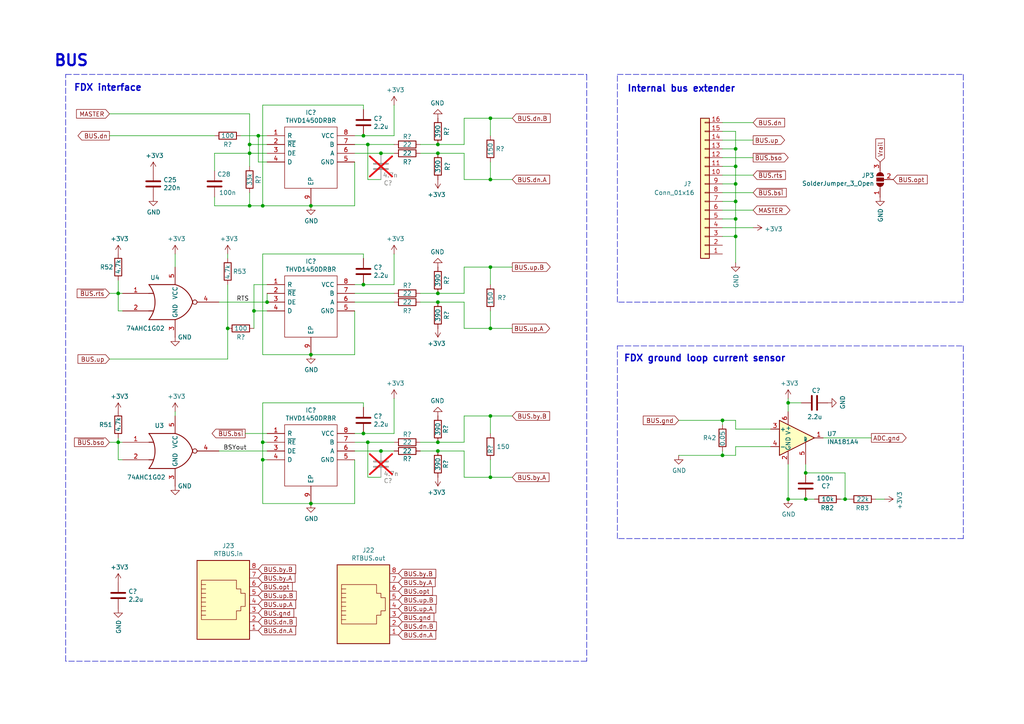
<source format=kicad_sch>
(kicad_sch (version 20250114) (generator "eeschema") (generator_version "9.0")
  (paper "A4")
  (title_block (title "RTB C11 Module") (date "2023-10-22") (rev "4") (company "Frank Schumacher") (comment 1 "Powerboard"))
  (lib_symbols
    (symbol "74xGxx:74AHC1G02"
      (property "Reference" "U" (at -2.54 3.81 0))
      (property "Value" "74AHC1G02" (at 0 -3.81 0))
      (symbol "74AHC1G02_0_1"
        (arc (start -7.62 5.08) (mid -5.838 0) (end -7.62 -5.08) (stroke (width 0.254)))
        (polyline (pts (xy -7.62 2.54) (xy -6.35 2.54)) (stroke (width 0.254)) (fill (type background)))
        (polyline (pts (xy -7.62 -2.54) (xy -6.35 -2.54)) (stroke (width 0.254)) (fill (type background)))
        (arc (start 5.08 0) (mid 3.202 -3.202) (end 0 -5.08) (stroke (width 0.254)))
        (arc (start 0 5.08) (mid 3.2271 3.2271) (end 5.08 0) (stroke (width 0.254)))
        (polyline (pts (xy 0 5.08) (xy -7.62 5.08)) (stroke (width 0.254)) (fill (type background)))
        (polyline (pts (xy 0 -5.08) (xy -7.62 -5.08)) (stroke (width 0.254)) (fill (type background)))
      )
      (symbol "74AHC1G02_1_1"
        (pin input line (at -15.24 2.54 0) (length 7.62) (name "~") (number "1"))
        (pin input line (at -15.24 -2.54 0) (length 7.62) (name "~") (number "2"))
        (pin power_in line (at 0 10.16 270) (length 5.08) (name "VCC") (number "5"))
        (pin power_in line (at 0 -10.16 90) (length 5.08) (name "GND") (number "3"))
        (pin output inverted (at 12.7 0 180) (length 7.62) (name "~") (number "4"))
      )
    )
    (symbol "Amplifier_Current:INA181" (pin_names (offset 0.127))
      (property "Reference" "U" (at 3.81 3.81 0))
      (property "Value" "INA181" (at 3.81 -2.54 0))
      (symbol "INA181_0_1"
        (polyline (pts (xy 5.08 0) (xy -5.08 5.08) (xy -5.08 -5.08) (xy 5.08 0)) (stroke (width 0.254)) (fill (type background)))
      )
      (symbol "INA181_1_1"
        (pin input line (at -7.62 2.54 0) (length 2.54) (name "+") (number "3"))
        (pin input line (at -7.62 -2.54 0) (length 2.54) (name "-") (number "4"))
        (pin power_in line (at -2.54 7.62 270) (length 3.81) (name "V+") (number "6"))
        (pin power_in line (at -2.54 -7.62 90) (length 3.81) (name "GND") (number "2"))
        (pin input line (at 2.54 -7.62 90) (length 6.35) (name "REF") (number "5"))
        (pin output line (at 7.62 0 180) (length 2.54) (name "~") (number "1"))
      )
    )
    (symbol "Connector:8P8C" (pin_names (offset 1.016))
      (property "Reference" "J" (at -5.08 13.97 0))
      (property "Value" "8P8C" (at 2.54 13.97 0))
      (symbol "8P8C_0_1"
        (polyline (pts (xy -6.35 1.905) (xy -5.08 1.905) (xy -5.08 1.905)))
        (polyline (pts (xy -6.35 0.635) (xy -5.08 0.635) (xy -5.08 0.635)))
        (polyline (pts (xy -6.35 -0.635) (xy -5.08 -0.635) (xy -5.08 -0.635)))
        (polyline (pts (xy -6.35 -1.905) (xy -5.08 -1.905) (xy -5.08 -1.905)))
        (polyline (pts (xy -6.35 -3.175) (xy -5.08 -3.175) (xy -5.08 -3.175)))
        (polyline (pts (xy -6.35 -4.445) (xy -6.35 6.985) (xy 3.81 6.985) (xy 3.81 4.445) (xy 5.08 4.445) (xy 5.08 3.175) (xy 6.35 3.175) (xy 6.35 -0.635) (xy 5.08 -0.635) (xy 5.08 -1.905) (xy 3.81 -1.905) (xy 3.81 -4.445) (xy -6.35 -4.445) (xy -6.35 -4.445)))
        (polyline (pts (xy -5.08 5.715) (xy -6.35 5.715)))
        (polyline (pts (xy -5.08 4.445) (xy -6.35 4.445)))
        (polyline (pts (xy -5.08 3.175) (xy -6.35 3.175) (xy -6.35 3.175)))
        (rectangle (start 7.62 12.7) (end -7.62 -10.16) (stroke (width 0.254)) (fill (type background)))
      )
      (symbol "8P8C_1_1"
        (pin passive line (at 10.16 10.16 180) (length 2.54) (name "~") (number "8"))
        (pin passive line (at 10.16 7.62 180) (length 2.54) (name "~") (number "7"))
        (pin passive line (at 10.16 5.08 180) (length 2.54) (name "~") (number "6"))
        (pin passive line (at 10.16 2.54 180) (length 2.54) (name "~") (number "5"))
        (pin passive line (at 10.16 0 180) (length 2.54) (name "~") (number "4"))
        (pin passive line (at 10.16 -2.54 180) (length 2.54) (name "~") (number "3"))
        (pin passive line (at 10.16 -5.08 180) (length 2.54) (name "~") (number "2"))
        (pin passive line (at 10.16 -7.62 180) (length 2.54) (name "~") (number "1"))
      )
    )
    (symbol "Connector_Generic:Conn_01x16" (pin_names (offset 1.016) (hide yes))
      (property "Reference" "J" (at 0 20.32 0))
      (property "Value" "Conn_01x16" (at 0 -22.86 0))
      (symbol "Conn_01x16_1_1"
        (rectangle (start -1.27 19.05) (end 1.27 -21.59) (stroke (width 0.254)) (fill (type background)))
        (rectangle (start -1.27 17.907) (end 0 17.653) (stroke (width 0.1524)))
        (rectangle (start -1.27 15.367) (end 0 15.113) (stroke (width 0.1524)))
        (rectangle (start -1.27 12.827) (end 0 12.573) (stroke (width 0.1524)))
        (rectangle (start -1.27 10.287) (end 0 10.033) (stroke (width 0.1524)))
        (rectangle (start -1.27 7.747) (end 0 7.493) (stroke (width 0.1524)))
        (rectangle (start -1.27 5.207) (end 0 4.953) (stroke (width 0.1524)))
        (rectangle (start -1.27 2.667) (end 0 2.413) (stroke (width 0.1524)))
        (rectangle (start -1.27 0.127) (end 0 -0.127) (stroke (width 0.1524)))
        (rectangle (start -1.27 -2.413) (end 0 -2.667) (stroke (width 0.1524)))
        (rectangle (start -1.27 -4.953) (end 0 -5.207) (stroke (width 0.1524)))
        (rectangle (start -1.27 -7.493) (end 0 -7.747) (stroke (width 0.1524)))
        (rectangle (start -1.27 -10.033) (end 0 -10.287) (stroke (width 0.1524)))
        (rectangle (start -1.27 -12.573) (end 0 -12.827) (stroke (width 0.1524)))
        (rectangle (start -1.27 -15.113) (end 0 -15.367) (stroke (width 0.1524)))
        (rectangle (start -1.27 -17.653) (end 0 -17.907) (stroke (width 0.1524)))
        (rectangle (start -1.27 -20.193) (end 0 -20.447) (stroke (width 0.1524)))
        (pin passive line (at -5.08 17.78 0) (length 3.81) (name "Pin_1") (number "1"))
        (pin passive line (at -5.08 15.24 0) (length 3.81) (name "Pin_2") (number "2"))
        (pin passive line (at -5.08 12.7 0) (length 3.81) (name "Pin_3") (number "3"))
        (pin passive line (at -5.08 10.16 0) (length 3.81) (name "Pin_4") (number "4"))
        (pin passive line (at -5.08 7.62 0) (length 3.81) (name "Pin_5") (number "5"))
        (pin passive line (at -5.08 5.08 0) (length 3.81) (name "Pin_6") (number "6"))
        (pin passive line (at -5.08 2.54 0) (length 3.81) (name "Pin_7") (number "7"))
        (pin passive line (at -5.08 0 0) (length 3.81) (name "Pin_8") (number "8"))
        (pin passive line (at -5.08 -2.54 0) (length 3.81) (name "Pin_9") (number "9"))
        (pin passive line (at -5.08 -5.08 0) (length 3.81) (name "Pin_10") (number "10"))
        (pin passive line (at -5.08 -7.62 0) (length 3.81) (name "Pin_11") (number "11"))
        (pin passive line (at -5.08 -10.16 0) (length 3.81) (name "Pin_12") (number "12"))
        (pin passive line (at -5.08 -12.7 0) (length 3.81) (name "Pin_13") (number "13"))
        (pin passive line (at -5.08 -15.24 0) (length 3.81) (name "Pin_14") (number "14"))
        (pin passive line (at -5.08 -17.78 0) (length 3.81) (name "Pin_15") (number "15"))
        (pin passive line (at -5.08 -20.32 0) (length 3.81) (name "Pin_16") (number "16"))
      )
    )
    (symbol "Device:C" (pin_numbers (hide yes)) (pin_names (offset 0.254))
      (property "Reference" "C" (at 0.635 2.54 0))
      (property "Value" "C" (at 0.635 -2.54 0))
      (symbol "C_0_1"
        (polyline (pts (xy -2.032 0.762) (xy 2.032 0.762)) (stroke (width 0.508)))
        (polyline (pts (xy -2.032 -0.762) (xy 2.032 -0.762)) (stroke (width 0.508)))
      )
      (symbol "C_1_1"
        (pin passive line (at 0 3.81 270) (length 2.794) (name "~") (number "1"))
        (pin passive line (at 0 -3.81 90) (length 2.794) (name "~") (number "2"))
      )
    )
    (symbol "Device:R" (pin_numbers (hide yes)) (pin_names (offset 0))
      (property "Reference" "R" (at 2.032 0 90))
      (property "Value" "R" (at 0 0 90))
      (symbol "R_0_1"
        (rectangle (start -1.016 -2.54) (end 1.016 2.54) (stroke (width 0.254)))
      )
      (symbol "R_1_1"
        (pin passive line (at 0 3.81 270) (length 1.27) (name "~") (number "1"))
        (pin passive line (at 0 -3.81 90) (length 1.27) (name "~") (number "2"))
      )
    )
    (symbol "Jumper:SolderJumper_3_Open" (pin_names (offset 0) (hide yes)) (in_bom no)
      (property "Reference" "JP" (at -2.54 -2.54 0))
      (property "Value" "SolderJumper_3_Open" (at 0 2.794 0))
      (symbol "SolderJumper_3_Open_0_1"
        (polyline (pts (xy -2.54 0) (xy -2.032 0)))
        (polyline (pts (xy -1.016 1.016) (xy -1.016 -1.016)))
        (arc (start -1.016 -1.016) (mid -2.0276 0) (end -1.016 1.016))
        (arc (start -1.016 -1.016) (mid -2.0276 0) (end -1.016 1.016) (fill (type outline)))
        (rectangle (start -0.508 1.016) (end 0.508 -1.016) (fill (type outline)))
        (polyline (pts (xy 0 -1.27) (xy 0 -1.016)))
        (arc (start 1.016 1.016) (mid 2.0276 0) (end 1.016 -1.016))
        (arc (start 1.016 1.016) (mid 2.0276 0) (end 1.016 -1.016) (fill (type outline)))
        (polyline (pts (xy 1.016 1.016) (xy 1.016 -1.016)))
        (polyline (pts (xy 2.54 0) (xy 2.032 0)))
      )
      (symbol "SolderJumper_3_Open_1_1"
        (pin passive line (at -5.08 0 0) (length 2.54) (name "A") (number "1"))
        (pin passive line (at 0 -3.81 90) (length 2.54) (name "C") (number "2"))
        (pin passive line (at 5.08 0 180) (length 2.54) (name "B") (number "3"))
      )
    )
    (symbol "RTB:THVD1450DRBR" (pin_names (offset 0.762))
      (property "Reference" "IC" (at 21.59 7.62 0))
      (property "Value" "THVD1450DRBR" (at 21.59 5.08 0))
      (symbol "THVD1450DRBR_0_0"
        (pin passive line (at 0 0 0) (length 5.08) (name "R") (number "1"))
        (pin passive line (at 0 -2.54 0) (length 5.08) (name "~{RE}") (number "2"))
        (pin passive line (at 0 -5.08 0) (length 5.08) (name "DE") (number "3"))
        (pin passive line (at 0 -7.62 0) (length 5.08) (name "D") (number "4"))
        (pin passive line (at 12.7 -20.32 90) (length 5.08) (name "EP") (number "9"))
        (pin passive line (at 25.4 0 180) (length 5.08) (name "VCC") (number "8"))
        (pin passive line (at 25.4 -2.54 180) (length 5.08) (name "B") (number "7"))
        (pin passive line (at 25.4 -5.08 180) (length 5.08) (name "A") (number "6"))
        (pin passive line (at 25.4 -7.62 180) (length 5.08) (name "GND") (number "5"))
      )
      (symbol "THVD1450DRBR_0_1"
        (polyline (pts (xy 5.08 2.54) (xy 20.32 2.54) (xy 20.32 -15.24) (xy 5.08 -15.24) (xy 5.08 2.54)) (stroke (width 0.1524)))
      )
    )
    (symbol "power:+3V3" (power) (pin_numbers (hide yes)) (pin_names (offset 0) (hide yes))
      (property "Value" "+3V3" (at 0 3.556 0))
      (symbol "+3V3_0_1"
        (polyline (pts (xy -0.762 1.27) (xy 0 2.54)))
        (polyline (pts (xy 0 2.54) (xy 0.762 1.27)))
        (polyline (pts (xy 0 0) (xy 0 2.54)))
      )
      (symbol "+3V3_1_1"
        (pin power_in line (at 0 0 90) (length 0) (name "~") (number "1"))
      )
    )
    (symbol "power:GND" (power) (pin_numbers (hide yes)) (pin_names (offset 0) (hide yes))
      (property "Value" "GND" (at 0 -3.81 0))
      (symbol "GND_0_1"
        (polyline (pts (xy 0 0) (xy 0 -1.27) (xy 1.27 -1.27) (xy 0 -2.54) (xy -1.27 -1.27) (xy 0 -1.27)))
      )
      (symbol "GND_1_1"
        (pin power_in line (at 0 0 270) (length 0) (name "~") (number "1"))
      )
    )
  )
  (text "FDX ground loop current sensor" (at 180.848 105.156 0) (effects (font (size 1.905 1.905) (thickness 0.381) (bold yes)) (justify left bottom)))
  (text "BUS" (at 15.494 19.558 0) (effects (font (size 3.175 3.175) (thickness 0.635) (bold yes)) (justify left bottom)))
  (text "FDX interface" (at 21.336 26.67 0) (effects (font (size 1.905 1.905) (thickness 0.381) (bold yes)) (justify left bottom)))
  (text "Internal bus extender" (at 181.864 26.924 0) (effects (font (size 1.905 1.905) (thickness 0.381) (bold yes)) (justify left bottom)))
  (junction (at 90.17 146.05))
  (junction (at 127 41.91))
  (junction (at 142.24 120.65))
  (junction (at 76.2 59.69))
  (junction (at 142.24 138.43))
  (junction (at 213.36 68.58))
  (junction (at 127 128.27))
  (junction (at 213.36 63.5))
  (junction (at 110.49 130.81))
  (junction (at 245.11 144.78))
  (junction (at 72.39 41.91))
  (junction (at 233.68 144.78))
  (junction (at 90.17 59.69))
  (junction (at 73.66 90.17))
  (junction (at 74.93 39.37))
  (junction (at 142.24 34.29))
  (junction (at 228.6 116.84))
  (junction (at 209.55 132.08))
  (junction (at 228.6 144.78))
  (junction (at 34.29 85.09))
  (junction (at 110.49 44.45))
  (junction (at 77.47 87.63))
  (junction (at 209.55 121.92))
  (junction (at 213.36 53.34))
  (junction (at 76.2 128.27))
  (junction (at 72.39 44.45))
  (junction (at 142.24 77.47))
  (junction (at 90.17 102.87))
  (junction (at 213.36 58.42))
  (junction (at 66.04 95.25))
  (junction (at 233.68 137.16))
  (junction (at 213.36 43.18))
  (junction (at 105.41 39.37))
  (junction (at 76.2 133.35))
  (junction (at 127 130.81))
  (junction (at 213.36 48.26))
  (junction (at 34.29 128.27))
  (junction (at 127 44.45))
  (junction (at 142.24 52.07))
  (junction (at 105.41 125.73))
  (junction (at 142.24 95.25))
  (junction (at 127 85.09))
  (junction (at 106.68 41.91))
  (junction (at 106.68 128.27))
  (junction (at 72.39 59.69))
  (junction (at 127 87.63))
  (junction (at 105.41 82.55))
  (wire (pts (xy 77.47 41.91) (xy 72.39 41.91)))
  (polyline (pts (xy 179.07 87.63) (xy 179.07 21.59)) (stroke (width 0) (type dash)))
  (wire (pts (xy 72.39 41.91) (xy 72.39 44.45)))
  (wire (pts (xy 245.11 137.16) (xy 245.11 144.78)))
  (wire (pts (xy 34.29 128.27) (xy 34.29 133.35)))
  (wire (pts (xy 142.24 120.65) (xy 148.59 120.65)))
  (wire (pts (xy 142.24 46.99) (xy 142.24 52.07)))
  (wire (pts (xy 105.41 116.84) (xy 105.41 118.11)))
  (wire (pts (xy 102.87 130.81) (xy 110.49 130.81)))
  (wire (pts (xy 102.87 102.87) (xy 102.87 90.17)))
  (wire (pts (xy 209.55 40.64) (xy 218.44 40.64)))
  (wire (pts (xy 213.36 43.18) (xy 213.36 48.26)))
  (wire (pts (xy 134.62 95.25) (xy 142.24 95.25)))
  (wire (pts (xy 243.84 144.78) (xy 245.11 144.78)))
  (wire (pts (xy 209.55 68.58) (xy 213.36 68.58)))
  (wire (pts (xy 102.87 85.09) (xy 114.3 85.09)))
  (wire (pts (xy 209.55 43.18) (xy 213.36 43.18)))
  (wire (pts (xy 134.62 87.63) (xy 134.62 95.25)))
  (wire (pts (xy 73.66 82.55) (xy 77.47 82.55)))
  (polyline (pts (xy 179.07 21.59) (xy 279.4 21.59)) (stroke (width 0) (type dash)))
  (wire (pts (xy 105.41 39.37) (xy 114.3 39.37)))
  (wire (pts (xy 102.87 128.27) (xy 106.68 128.27)))
  (wire (pts (xy 76.2 102.87) (xy 90.17 102.87)))
  (wire (pts (xy 209.55 38.1) (xy 213.36 38.1)))
  (wire (pts (xy 72.39 59.69) (xy 76.2 59.69)))
  (polyline (pts (xy 179.07 156.21) (xy 179.07 100.33)) (stroke (width 0) (type dash)))
  (wire (pts (xy 209.55 60.96) (xy 218.44 60.96)))
  (wire (pts (xy 134.62 41.91) (xy 134.62 34.29)))
  (wire (pts (xy 134.62 34.29) (xy 142.24 34.29)))
  (wire (pts (xy 102.87 44.45) (xy 110.49 44.45)))
  (wire (pts (xy 228.6 116.84) (xy 228.6 119.38)))
  (wire (pts (xy 142.24 125.73) (xy 142.24 120.65)))
  (wire (pts (xy 63.5 130.81) (xy 77.47 130.81)))
  (polyline (pts (xy 19.05 21.59) (xy 170.18 21.59)) (stroke (width 0) (type dash)))
  (wire (pts (xy 90.17 102.87) (xy 102.87 102.87)))
  (wire (pts (xy 121.92 87.63) (xy 127 87.63)))
  (wire (pts (xy 34.29 90.17) (xy 35.56 90.17)))
  (wire (pts (xy 209.55 50.8) (xy 218.44 50.8)))
  (wire (pts (xy 121.92 130.81) (xy 127 130.81)))
  (wire (pts (xy 72.39 44.45) (xy 72.39 48.26)))
  (wire (pts (xy 127 41.91) (xy 134.62 41.91)))
  (wire (pts (xy 105.41 30.48) (xy 105.41 31.75)))
  (polyline (pts (xy 279.4 100.33) (xy 279.4 156.21)) (stroke (width 0) (type dash)))
  (wire (pts (xy 76.2 116.84) (xy 105.41 116.84)))
  (wire (pts (xy 142.24 39.37) (xy 142.24 34.29)))
  (wire (pts (xy 134.62 77.47) (xy 142.24 77.47)))
  (wire (pts (xy 209.55 48.26) (xy 213.36 48.26)))
  (wire (pts (xy 134.62 44.45) (xy 134.62 52.07)))
  (wire (pts (xy 209.55 121.92) (xy 196.85 121.92)))
  (wire (pts (xy 127 87.63) (xy 134.62 87.63)))
  (polyline (pts (xy 279.4 21.59) (xy 279.4 87.63)) (stroke (width 0) (type dash)))
  (wire (pts (xy 209.55 121.92) (xy 209.55 123.19)))
  (wire (pts (xy 102.87 87.63) (xy 114.3 87.63)))
  (wire (pts (xy 213.36 38.1) (xy 213.36 43.18)))
  (wire (pts (xy 142.24 90.17) (xy 142.24 95.25)))
  (wire (pts (xy 76.2 73.66) (xy 105.41 73.66)))
  (wire (pts (xy 77.47 85.09) (xy 77.47 87.63)))
  (wire (pts (xy 74.93 39.37) (xy 77.47 39.37)))
  (wire (pts (xy 76.2 128.27) (xy 76.2 133.35)))
  (wire (pts (xy 34.29 127) (xy 34.29 128.27)))
  (wire (pts (xy 66.04 74.93) (xy 66.04 73.66)))
  (wire (pts (xy 209.55 35.56) (xy 218.44 35.56)))
  (wire (pts (xy 76.2 133.35) (xy 76.2 146.05)))
  (wire (pts (xy 72.39 44.45) (xy 77.47 44.45)))
  (wire (pts (xy 110.49 44.45) (xy 114.3 44.45)))
  (wire (pts (xy 233.68 134.62) (xy 233.68 137.16)))
  (wire (pts (xy 72.39 33.02) (xy 72.39 41.91)))
  (wire (pts (xy 121.92 85.09) (xy 127 85.09)))
  (wire (pts (xy 77.47 125.73) (xy 71.12 125.73)))
  (wire (pts (xy 31.75 104.14) (xy 66.04 104.14)))
  (wire (pts (xy 134.62 138.43) (xy 142.24 138.43)))
  (wire (pts (xy 228.6 115.57) (xy 228.6 116.84)))
  (wire (pts (xy 34.29 85.09) (xy 34.29 90.17)))
  (wire (pts (xy 228.6 144.78) (xy 233.68 144.78)))
  (wire (pts (xy 121.92 128.27) (xy 127 128.27)))
  (wire (pts (xy 228.6 134.62) (xy 228.6 144.78)))
  (wire (pts (xy 228.6 116.84) (xy 232.41 116.84)))
  (wire (pts (xy 245.11 144.78) (xy 246.38 144.78)))
  (wire (pts (xy 102.87 82.55) (xy 105.41 82.55)))
  (wire (pts (xy 63.5 87.63) (xy 77.47 87.63)))
  (wire (pts (xy 233.68 137.16) (xy 245.11 137.16)))
  (polyline (pts (xy 279.4 156.21) (xy 179.07 156.21)) (stroke (width 0) (type dash)))
  (wire (pts (xy 105.41 73.66) (xy 105.41 74.93)))
  (wire (pts (xy 127 44.45) (xy 134.62 44.45)))
  (wire (pts (xy 209.55 66.04) (xy 218.44 66.04)))
  (wire (pts (xy 213.36 124.46) (xy 223.52 124.46)))
  (wire (pts (xy 142.24 77.47) (xy 148.59 77.47)))
  (wire (pts (xy 76.2 73.66) (xy 76.2 102.87)))
  (wire (pts (xy 142.24 133.35) (xy 142.24 138.43)))
  (wire (pts (xy 76.2 128.27) (xy 77.47 128.27)))
  (wire (pts (xy 209.55 121.92) (xy 213.36 121.92)))
  (wire (pts (xy 76.2 30.48) (xy 105.41 30.48)))
  (wire (pts (xy 62.23 59.69) (xy 62.23 57.15)))
  (wire (pts (xy 74.93 46.99) (xy 74.93 39.37)))
  (wire (pts (xy 90.17 59.69) (xy 102.87 59.69)))
  (wire (pts (xy 34.29 81.28) (xy 34.29 85.09)))
  (wire (pts (xy 213.36 48.26) (xy 213.36 53.34)))
  (wire (pts (xy 142.24 138.43) (xy 148.59 138.43)))
  (wire (pts (xy 209.55 55.88) (xy 218.44 55.88)))
  (wire (pts (xy 213.36 68.58) (xy 213.36 76.2)))
  (wire (pts (xy 72.39 59.69) (xy 62.23 59.69)))
  (wire (pts (xy 134.62 52.07) (xy 142.24 52.07)))
  (wire (pts (xy 142.24 82.55) (xy 142.24 77.47)))
  (wire (pts (xy 238.76 127) (xy 252.73 127)))
  (wire (pts (xy 102.87 39.37) (xy 105.41 39.37)))
  (wire (pts (xy 106.68 52.07) (xy 110.49 52.07)))
  (wire (pts (xy 213.36 53.34) (xy 213.36 58.42)))
  (wire (pts (xy 121.92 44.45) (xy 127 44.45)))
  (wire (pts (xy 105.41 125.73) (xy 114.3 125.73)))
  (wire (pts (xy 69.85 39.37) (xy 74.93 39.37)))
  (wire (pts (xy 213.36 58.42) (xy 213.36 63.5)))
  (wire (pts (xy 114.3 39.37) (xy 114.3 30.48)))
  (wire (pts (xy 209.55 53.34) (xy 213.36 53.34)))
  (wire (pts (xy 127 130.81) (xy 134.62 130.81)))
  (wire (pts (xy 114.3 125.73) (xy 114.3 115.57)))
  (wire (pts (xy 31.75 128.27) (xy 34.29 128.27)))
  (wire (pts (xy 106.68 128.27) (xy 114.3 128.27)))
  (wire (pts (xy 73.66 95.25) (xy 73.66 90.17)))
  (wire (pts (xy 134.62 85.09) (xy 134.62 77.47)))
  (wire (pts (xy 66.04 104.14) (xy 66.04 95.25)))
  (polyline (pts (xy 170.18 21.59) (xy 170.18 191.77)) (stroke (width 0) (type dash)))
  (wire (pts (xy 31.75 39.37) (xy 62.23 39.37)))
  (wire (pts (xy 77.47 133.35) (xy 76.2 133.35)))
  (wire (pts (xy 106.68 128.27) (xy 106.68 138.43)))
  (wire (pts (xy 77.47 46.99) (xy 74.93 46.99)))
  (wire (pts (xy 142.24 95.25) (xy 148.59 95.25)))
  (wire (pts (xy 35.56 128.27) (xy 34.29 128.27)))
  (wire (pts (xy 209.55 132.08) (xy 196.85 132.08)))
  (wire (pts (xy 254 144.78) (xy 256.54 144.78)))
  (wire (pts (xy 134.62 130.81) (xy 134.62 138.43)))
  (wire (pts (xy 213.36 132.08) (xy 209.55 132.08)))
  (wire (pts (xy 76.2 146.05) (xy 90.17 146.05)))
  (wire (pts (xy 50.8 73.66) (xy 50.8 77.47)))
  (wire (pts (xy 121.92 41.91) (xy 127 41.91)))
  (polyline (pts (xy 170.18 191.77) (xy 19.05 191.77)) (stroke (width 0) (type dash)))
  (polyline (pts (xy 179.07 100.33) (xy 279.4 100.33)) (stroke (width 0) (type dash)))
  (wire (pts (xy 35.56 133.35) (xy 34.29 133.35)))
  (wire (pts (xy 106.68 41.91) (xy 114.3 41.91)))
  (wire (pts (xy 213.36 121.92) (xy 213.36 124.46)))
  (wire (pts (xy 76.2 30.48) (xy 76.2 59.69)))
  (wire (pts (xy 105.41 82.55) (xy 114.3 82.55)))
  (wire (pts (xy 31.75 85.09) (xy 34.29 85.09)))
  (wire (pts (xy 134.62 128.27) (xy 134.62 120.65)))
  (wire (pts (xy 102.87 59.69) (xy 102.87 46.99)))
  (wire (pts (xy 90.17 146.05) (xy 102.87 146.05)))
  (wire (pts (xy 102.87 146.05) (xy 102.87 133.35)))
  (wire (pts (xy 110.49 130.81) (xy 114.3 130.81)))
  (wire (pts (xy 127 128.27) (xy 134.62 128.27)))
  (wire (pts (xy 233.68 144.78) (xy 236.22 144.78)))
  (wire (pts (xy 213.36 129.54) (xy 213.36 132.08)))
  (wire (pts (xy 209.55 130.81) (xy 209.55 132.08)))
  (wire (pts (xy 106.68 138.43) (xy 110.49 138.43)))
  (wire (pts (xy 73.66 90.17) (xy 77.47 90.17)))
  (wire (pts (xy 142.24 52.07) (xy 148.59 52.07)))
  (wire (pts (xy 31.75 33.02) (xy 72.39 33.02)))
  (polyline (pts (xy 279.4 87.63) (xy 179.07 87.63)) (stroke (width 0) (type dash)))
  (wire (pts (xy 106.68 41.91) (xy 106.68 52.07)))
  (wire (pts (xy 66.04 82.55) (xy 66.04 95.25)))
  (wire (pts (xy 62.23 44.45) (xy 72.39 44.45)))
  (wire (pts (xy 62.23 49.53) (xy 62.23 44.45)))
  (wire (pts (xy 142.24 34.29) (xy 148.59 34.29)))
  (wire (pts (xy 50.8 119.38) (xy 50.8 120.65)))
  (wire (pts (xy 76.2 59.69) (xy 90.17 59.69)))
  (wire (pts (xy 213.36 63.5) (xy 213.36 68.58)))
  (wire (pts (xy 209.55 63.5) (xy 213.36 63.5)))
  (wire (pts (xy 73.66 90.17) (xy 73.66 82.55)))
  (wire (pts (xy 34.29 85.09) (xy 35.56 85.09)))
  (wire (pts (xy 209.55 45.72) (xy 218.44 45.72)))
  (wire (pts (xy 127 85.09) (xy 134.62 85.09)))
  (wire (pts (xy 102.87 41.91) (xy 106.68 41.91)))
  (wire (pts (xy 72.39 55.88) (xy 72.39 59.69)))
  (polyline (pts (xy 19.05 191.77) (xy 19.05 21.59)) (stroke (width 0) (type dash)))
  (wire (pts (xy 134.62 120.65) (xy 142.24 120.65)))
  (wire (pts (xy 114.3 82.55) (xy 114.3 73.66)))
  (wire (pts (xy 102.87 125.73) (xy 105.41 125.73)))
  (wire (pts (xy 213.36 129.54) (xy 223.52 129.54)))
  (wire (pts (xy 76.2 116.84) (xy 76.2 128.27)))
  (wire (pts (xy 209.55 58.42) (xy 213.36 58.42)))
  (label "RTS" (at 68.58 87.63 0))
  (label "BSYout" (at 64.77 130.81 0))
  (global_label "BUS.by.B" (shape input) (at 74.93 165.1 0) (property "Intersheetrefs" "${INTERSHEET_REFS}" (effects (hide yes))))
  (global_label "BUS.up.B" (shape input) (at 74.93 172.72 0) (property "Intersheetrefs" "${INTERSHEET_REFS}" (effects (hide yes))))
  (global_label "BUS.by.B" (shape input) (at 115.57 166.37 0) (property "Intersheetrefs" "${INTERSHEET_REFS}" (effects (hide yes))))
  (global_label "BUS.opt" (shape input) (at 115.57 171.45 0) (property "Intersheetrefs" "${INTERSHEET_REFS}" (effects (hide yes))))
  (global_label "MASTER" (shape input) (at 31.75 33.02 180) (property "Intersheetrefs" "${INTERSHEET_REFS}" (effects (hide yes))))
  (global_label "BUS.opt" (shape input) (at 74.93 170.18 0) (property "Intersheetrefs" "${INTERSHEET_REFS}" (effects (hide yes))))
  (global_label "~{BUS.rts}" (shape input) (at 31.75 85.09 180) (property "Intersheetrefs" "${INTERSHEET_REFS}" (effects (hide yes))))
  (global_label "BUS.by.B" (shape input) (at 148.59 120.65 0) (property "Intersheetrefs" "${INTERSHEET_REFS}" (effects (hide yes))))
  (global_label "ADC.gnd" (shape output) (at 252.73 127 0) (property "Intersheetrefs" "${INTERSHEET_REFS}" (effects (hide yes))))
  (global_label "BUS.dn.A" (shape input) (at 115.57 184.15 0) (property "Intersheetrefs" "${INTERSHEET_REFS}" (effects (hide yes))))
  (global_label "BUS.dn.B" (shape input) (at 115.57 181.61 0) (property "Intersheetrefs" "${INTERSHEET_REFS}" (effects (hide yes))))
  (global_label "BUS.dn" (shape input) (at 218.44 35.56 0) (property "Intersheetrefs" "${INTERSHEET_REFS}" (effects (hide yes))))
  (global_label "~{BUS.rts}" (shape input) (at 218.44 50.8 0) (property "Intersheetrefs" "${INTERSHEET_REFS}" (effects (hide yes))))
  (global_label "~{BUS.bsi}" (shape input) (at 218.44 55.88 0) (property "Intersheetrefs" "${INTERSHEET_REFS}" (effects (hide yes))))
  (global_label "BUS.up.A" (shape input) (at 115.57 176.53 0) (property "Intersheetrefs" "${INTERSHEET_REFS}" (effects (hide yes))))
  (global_label "BUS.up.B" (shape output) (at 148.59 77.47 0) (property "Intersheetrefs" "${INTERSHEET_REFS}" (effects (hide yes))))
  (global_label "BUS.by.A" (shape input) (at 148.59 138.43 0) (property "Intersheetrefs" "${INTERSHEET_REFS}" (effects (hide yes))))
  (global_label "BUS.up.A" (shape output) (at 148.59 95.25 0) (property "Intersheetrefs" "${INTERSHEET_REFS}" (effects (hide yes))))
  (global_label "BUS.gnd" (shape input) (at 196.85 121.92 180) (property "Intersheetrefs" "${INTERSHEET_REFS}" (effects (hide yes))))
  (global_label "MASTER" (shape bidirectional) (at 218.44 60.96 0) (property "Intersheetrefs" "${INTERSHEET_REFS}" (effects (hide yes))))
  (global_label "BUS.by.A" (shape input) (at 115.57 168.91 0) (property "Intersheetrefs" "${INTERSHEET_REFS}" (effects (hide yes))))
  (global_label "BUS.up.B" (shape input) (at 115.57 173.99 0) (property "Intersheetrefs" "${INTERSHEET_REFS}" (effects (hide yes))))
  (global_label "BUS.dn.B" (shape input) (at 148.59 34.29 0) (property "Intersheetrefs" "${INTERSHEET_REFS}" (effects (hide yes))))
  (global_label "BUS.gnd" (shape input) (at 74.93 177.8 0) (property "Intersheetrefs" "${INTERSHEET_REFS}" (effects (hide yes))))
  (global_label "BUS.dn.A" (shape input) (at 148.59 52.07 0) (property "Intersheetrefs" "${INTERSHEET_REFS}" (effects (hide yes))))
  (global_label "~{BUS.bso}" (shape input) (at 31.75 128.27 180) (property "Intersheetrefs" "${INTERSHEET_REFS}" (effects (hide yes))))
  (global_label "~{BUS.bsi}" (shape output) (at 71.12 125.73 180) (property "Intersheetrefs" "${INTERSHEET_REFS}" (effects (hide yes))))
  (global_label "BUS.gnd" (shape input) (at 115.57 179.07 0) (property "Intersheetrefs" "${INTERSHEET_REFS}" (effects (hide yes))))
  (global_label "~{BUS.bso}" (shape output) (at 218.44 45.72 0) (property "Intersheetrefs" "${INTERSHEET_REFS}" (effects (hide yes))))
  (global_label "BUS.up" (shape input) (at 31.75 104.14 180) (property "Intersheetrefs" "${INTERSHEET_REFS}" (effects (hide yes))))
  (global_label "BUS.up" (shape output) (at 218.44 40.64 0) (property "Intersheetrefs" "${INTERSHEET_REFS}" (effects (hide yes))))
  (global_label "BUS.dn.A" (shape input) (at 74.93 182.88 0) (property "Intersheetrefs" "${INTERSHEET_REFS}" (effects (hide yes))))
  (global_label "BUS.dn" (shape output) (at 31.75 39.37 180) (property "Intersheetrefs" "${INTERSHEET_REFS}" (effects (hide yes))))
  (global_label "Vrail" (shape input) (at 255.27 46.99 90) (property "Intersheetrefs" "${INTERSHEET_REFS}" (effects (hide yes))))
  (global_label "BUS.opt" (shape input) (at 259.08 52.07 0) (property "Intersheetrefs" "${INTERSHEET_REFS}" (effects (hide yes))))
  (global_label "BUS.by.A" (shape input) (at 74.93 167.64 0) (property "Intersheetrefs" "${INTERSHEET_REFS}" (effects (hide yes))))
  (global_label "BUS.dn.B" (shape input) (at 74.93 180.34 0) (property "Intersheetrefs" "${INTERSHEET_REFS}" (effects (hide yes))))
  (global_label "BUS.up.A" (shape input) (at 74.93 175.26 0) (property "Intersheetrefs" "${INTERSHEET_REFS}" (effects (hide yes))))
  (symbol (lib_id "Connector:8P8C") (at 64.77 175.26 0) (unit 1)
    (property "Reference" "J23" (at 66.2178 158.3182 0))
    (property "Value" "RTBUS.in" (at 66.2178 160.6296 0))
    (property "Footprint" "Connector_RJ:RJ45_Amphenol_54602-x08_Horizontal" (effects (hide yes)))
  )
  (symbol (lib_id "Device:R") (at 142.24 129.54 0) (unit 1)
    (property "Reference" "R17" (at 142.24 131.572 90) (effects (justify left)))
    (property "Value" "150" (at 144.018 129.54 0) (effects (justify left)))
    (property "Footprint" "Resistor_SMD:R_1206_3216Metric" (effects (hide yes)))
    (instances (project "" (path "" (reference "R?") (unit 1)) (path "" (reference "R17") (unit 1))))
  )
  (symbol (lib_id "Amplifier_Current:INA181") (at 231.14 127 0) (unit 1)
    (property "Reference" "U7" (at 239.8776 125.8316 0) (effects (justify left)))
    (property "Value" "INA181A4" (at 239.8776 128.143 0) (effects (justify left)))
    (property "Footprint" "Package_TO_SOT_SMD:SOT-23-6" (effects (hide yes)))
    (property "Datasheet" "http://www.ti.com/lit/ds/symlink/ina181.pdf" (effects (hide yes)))
  )
  (symbol (lib_id "Device:R") (at 209.55 127 0) (unit 1)
    (property "Reference" "R42" (at 207.772 127 0) (effects (justify right)))
    (property "Value" "0.05" (at 209.55 124.968 90) (effects (justify right)))
    (property "Footprint" "Resistor_SMD:R_2010_5025Metric" (effects (hide yes)))
  )
  (symbol (lib_id "Device:R") (at 142.24 43.18 0) (unit 1)
    (property "Reference" "R15" (at 143.764 43.18 0) (effects (justify left)))
    (property "Value" "150" (at 142.24 45.212 90) (effects (justify left)))
    (property "Footprint" "Resistor_SMD:R_1206_3216Metric" (effects (hide yes)))
    (instances (project "" (path "" (reference "R?") (unit 1)) (path "" (reference "R15") (unit 1))))
  )
  (symbol (lib_id "Device:R") (at 142.24 86.36 0) (unit 1)
    (property "Reference" "R16" (at 144.272 86.36 0) (effects (justify left)))
    (property "Value" "150" (at 142.24 88.392 90) (effects (justify left)))
    (property "Footprint" "Resistor_SMD:R_1206_3216Metric" (effects (hide yes)))
    (instances (project "" (path "" (reference "R?") (unit 1)) (path "" (reference "R16") (unit 1))))
  )
  (symbol (lib_id "power:GND") (at 228.6 144.78 0) (unit 1)
    (property "Reference" "#PWR017" (effects (hide yes)))
    (property "Value" "GND" (at 228.727 149.1742 0))
    (instances (project "" (path "" (reference "#PWR?") (unit 1)) (path "" (reference "#PWR017") (unit 1))))
  )
  (symbol (lib_id "power:GND") (at 196.85 132.08 0) (unit 1)
    (property "Reference" "#PWR0123" (effects (hide yes)))
    (property "Value" "GND" (at 196.977 136.4742 0))
    (instances (project "" (path "" (reference "#PWR?") (unit 1)) (path "" (reference "#PWR0123") (unit 1))))
  )
  (symbol (lib_id "Connector:8P8C") (at 105.41 176.53 0) (unit 1)
    (property "Reference" "J22" (at 106.8578 159.5882 0))
    (property "Value" "RTBUS.out" (at 106.8578 161.8996 0))
    (property "Footprint" "Connector_RJ:RJ45_Amphenol_54602-x08_Horizontal" (effects (hide yes)))
  )
  (symbol (lib_id "Device:R") (at 118.11 44.45 270) (unit 1)
    (property "Reference" "R59" (at 118.11 46.99 90))
    (property "Value" "22" (at 118.11 44.45 90))
    (property "Footprint" "Resistor_SMD:R_1206_3216Metric" (effects (hide yes)))
    (instances (project "" (path "" (reference "R?") (unit 1)) (path "" (reference "R59") (unit 1))))
  )
  (symbol (lib_id "Device:R") (at 118.11 41.91 270) (unit 1)
    (property "Reference" "R58" (at 118.11 39.624 90))
    (property "Value" "22" (at 118.11 41.91 90))
    (property "Footprint" "Resistor_SMD:R_1206_3216Metric" (effects (hide yes)))
    (instances (project "" (path "" (reference "R?") (unit 1)) (path "" (reference "R58") (unit 1))))
  )
  (symbol (lib_id "Device:R") (at 127 48.26 180) (unit 1)
    (property "Reference" "R57" (at 129.794 48.26 90))
    (property "Value" "390" (at 127 48.26 90))
    (property "Footprint" "Resistor_SMD:R_1206_3216Metric" (effects (hide yes)))
    (instances (project "" (path "" (reference "R?") (unit 1)) (path "" (reference "R57") (unit 1))))
  )
  (symbol (lib_id "power:GND") (at 127 34.29 180) (unit 1)
    (property "Reference" "#PWR0152" (effects (hide yes)))
    (property "Value" "GND" (at 126.873 29.8958 0))
    (instances (project "" (path "" (reference "#PWR?") (unit 1)) (path "" (reference "#PWR0152") (unit 1))))
  )
  (symbol (lib_id "Device:R") (at 127 38.1 0) (unit 1)
    (property "Reference" "R56" (at 129.54 38.1 90))
    (property "Value" "390" (at 127 38.1 90))
    (property "Footprint" "Resistor_SMD:R_1206_3216Metric" (effects (hide yes)))
    (instances (project "" (path "" (reference "R?") (unit 1)) (path "" (reference "R56") (unit 1))))
  )
  (symbol (lib_id "Device:R") (at 127 91.44 180) (unit 1)
    (property "Reference" "R61" (at 129.54 91.44 90))
    (property "Value" "390" (at 127 91.44 90))
    (property "Footprint" "Resistor_SMD:R_1206_3216Metric" (effects (hide yes)))
    (instances (project "" (path "" (reference "R?") (unit 1)) (path "" (reference "R61") (unit 1))))
  )
  (symbol (lib_id "Device:R") (at 127 134.62 180) (unit 1)
    (property "Reference" "R63" (at 129.286 134.62 90))
    (property "Value" "390" (at 127 134.62 90))
    (property "Footprint" "Resistor_SMD:R_1206_3216Metric" (effects (hide yes)))
    (instances (project "" (path "" (reference "R?") (unit 1)) (path "" (reference "R63") (unit 1))))
  )
  (symbol (lib_id "power:GND") (at 127 77.47 180) (unit 1)
    (property "Reference" "#PWR0153" (effects (hide yes)))
    (property "Value" "GND" (at 126.873 73.0758 0))
    (instances (project "" (path "" (reference "#PWR?") (unit 1)) (path "" (reference "#PWR0153") (unit 1))))
  )
  (symbol (lib_id "Device:R") (at 127 81.28 0) (unit 1)
    (property "Reference" "R60" (at 129.54 81.28 90))
    (property "Value" "390" (at 127 81.28 90))
    (property "Footprint" "Resistor_SMD:R_1206_3216Metric" (effects (hide yes)))
    (instances (project "" (path "" (reference "R?") (unit 1)) (path "" (reference "R60") (unit 1))))
  )
  (symbol (lib_id "power:GND") (at 127 120.65 180) (unit 1)
    (property "Reference" "#PWR0154" (effects (hide yes)))
    (property "Value" "GND" (at 126.873 116.2558 0))
    (instances (project "" (path "" (reference "#PWR?") (unit 1)) (path "" (reference "#PWR0154") (unit 1))))
  )
  (symbol (lib_id "Device:R") (at 127 124.46 0) (unit 1)
    (property "Reference" "R62" (at 129.286 124.46 90))
    (property "Value" "390" (at 127 124.46 90))
    (property "Footprint" "Resistor_SMD:R_1206_3216Metric" (effects (hide yes)))
    (instances (project "" (path "" (reference "R?") (unit 1)) (path "" (reference "R62") (unit 1))))
  )
  (symbol (lib_id "Device:R") (at 66.04 78.74 0) (unit 1)
    (property "Reference" "R53" (at 67.564 78.74 0) (effects (justify left)))
    (property "Value" "4.7k" (at 66.04 81.026 90) (effects (justify left)))
    (property "Footprint" "Resistor_SMD:R_0603_1608Metric" (effects (hide yes)))
  )
  (symbol (lib_id "Device:R") (at 72.39 52.07 0) (unit 1)
    (property "Reference" "R71" (at 74.93 52.07 90))
    (property "Value" "33k" (at 72.39 52.07 90))
    (property "Footprint" "Resistor_SMD:R_0603_1608Metric" (effects (hide yes)))
    (instances (project "" (path "" (reference "R?") (unit 1)) (path "" (reference "R71") (unit 1))))
  )
  (symbol (lib_id "Device:R") (at 118.11 87.63 270) (unit 1)
    (property "Reference" "R65" (at 118.11 90.17 90))
    (property "Value" "22" (at 118.11 87.63 90))
    (property "Footprint" "Resistor_SMD:R_1206_3216Metric" (effects (hide yes)))
    (instances (project "" (path "" (reference "R?") (unit 1)) (path "" (reference "R65") (unit 1))))
  )
  (symbol (lib_id "Device:R") (at 118.11 130.81 270) (unit 1)
    (property "Reference" "R67" (at 118.11 133.096 90))
    (property "Value" "22" (at 118.11 130.81 90))
    (property "Footprint" "Resistor_SMD:R_1206_3216Metric" (effects (hide yes)))
    (instances (project "" (path "" (reference "R?") (unit 1)) (path "" (reference "R67") (unit 1))))
  )
  (symbol (lib_id "Device:R") (at 118.11 128.27 270) (unit 1)
    (property "Reference" "R66" (at 118.11 125.984 90))
    (property "Value" "22" (at 118.11 128.27 90))
    (property "Footprint" "Resistor_SMD:R_1206_3216Metric" (effects (hide yes)))
    (instances (project "" (path "" (reference "R?") (unit 1)) (path "" (reference "R66") (unit 1))))
  )
  (symbol (lib_id "Device:R") (at 118.11 85.09 270) (unit 1)
    (property "Reference" "R64" (at 118.11 82.804 90))
    (property "Value" "22" (at 118.11 85.09 90))
    (property "Footprint" "Resistor_SMD:R_1206_3216Metric" (effects (hide yes)))
    (instances (project "" (path "" (reference "R?") (unit 1)) (path "" (reference "R64") (unit 1))))
  )
  (symbol (lib_id "Device:C") (at 110.49 48.26 0) (unit 1) (in_bom no) (on_board no) (dnp yes)
    (property "Reference" "C29" (at 111.252 53.086 0) (effects (justify left)))
    (property "Value" "4.7n" (at 110.998 50.8 0) (effects (justify left)))
    (property "Footprint" "Capacitor_SMD:C_0805_2012Metric" (effects (hide yes)))
    (instances (project "" (path "" (reference "C?") (unit 1)) (path "" (reference "C29") (unit 1))))
  )
  (symbol (lib_id "Device:C") (at 62.23 53.34 0) (unit 1)
    (property "Reference" "C28" (at 62.992 50.546 0) (effects (justify left)))
    (property "Value" "100n" (at 63.5 55.88 0) (effects (justify left)))
    (property "Footprint" "Capacitor_SMD:C_0603_1608Metric" (effects (hide yes)))
  )
  (symbol (lib_id "Device:C") (at 110.49 134.62 0) (unit 1) (in_bom no) (on_board no) (dnp yes)
    (property "Reference" "C30" (at 111.252 139.446 0) (effects (justify left)))
    (property "Value" "4.7n" (at 111.252 137.414 0) (effects (justify left)))
    (property "Footprint" "Capacitor_SMD:C_0805_2012Metric" (effects (hide yes)))
    (instances (project "" (path "" (reference "C?") (unit 1)) (path "" (reference "C30") (unit 1))))
  )
  (symbol (lib_id "Device:R") (at 34.29 123.19 0) (unit 1)
    (property "Reference" "R51" (at 28.702 123.19 0) (effects (justify left)))
    (property "Value" "4.7k" (at 34.29 125.222 90) (effects (justify left)))
    (property "Footprint" "Resistor_SMD:R_0603_1608Metric" (effects (hide yes)))
  )
  (symbol (lib_id "74xGxx:74AHC1G02") (at 50.8 87.63 0) (unit 1)
    (property "Reference" "U4" (at 44.958 80.518 0))
    (property "Value" "74AHC1G02" (at 42.164 95.25 0))
    (property "Footprint" "Package_TO_SOT_SMD:SOT-353_SC-70-5" (effects (hide yes)))
    (property "Datasheet" "http://www.ti.com/lit/sg/scyt129e/scyt129e.pdf" (effects (hide yes)))
  )
  (symbol (lib_id "Device:R") (at 34.29 77.47 0) (unit 1)
    (property "Reference" "R52" (at 28.956 77.47 0) (effects (justify left)))
    (property "Value" "4.7k" (at 34.29 79.502 90) (effects (justify left)))
    (property "Footprint" "Resistor_SMD:R_0603_1608Metric" (effects (hide yes)))
  )
  (symbol (lib_id "Device:C") (at 44.45 53.34 0) (unit 1)
    (property "Reference" "C25" (at 47.371 52.1716 0) (effects (justify left)))
    (property "Value" "220n" (at 47.371 54.483 0) (effects (justify left)))
    (property "Footprint" "Capacitor_SMD:C_0603_1608Metric" (effects (hide yes)))
  )
  (symbol (lib_id "power:GND") (at 44.45 57.15 0) (unit 1)
    (property "Reference" "#PWR0143" (effects (hide yes)))
    (property "Value" "GND" (at 44.577 61.5442 0))
    (instances (project "" (path "" (reference "#PWR?") (unit 1)) (path "" (reference "#PWR0143") (unit 1))))
  )
  (symbol (lib_id "74xGxx:74AHC1G02") (at 50.8 130.81 0) (unit 1)
    (property "Reference" "U3" (at 46.228 123.444 0))
    (property "Value" "74AHC1G02" (at 42.418 138.43 0))
    (property "Footprint" "Package_TO_SOT_SMD:SOT-353_SC-70-5" (effects (hide yes)))
    (property "Datasheet" "http://www.ti.com/lit/sg/scyt129e/scyt129e.pdf" (effects (hide yes)))
  )
  (symbol (lib_id "RTB:THVD1450DRBR") (at 77.47 82.55 0) (unit 1)
    (property "Reference" "IC2" (at 90.17 75.819 0))
    (property "Value" "THVD1450DRBR" (at 90.17 78.1304 0))
    (property "Footprint" "RTB:SON65P300X300X100-9N-D" (effects (hide yes)))
    (property "Datasheet" "https://www.arrow.com/en/products/thvd1450drbr/texas-instruments" (effects (hide yes)))
    (property "Description" "RS-422/RS-485 Interface IC A 595-THVD1450DRBT" (effects (hide yes)))
    (property "Height" "1" (effects (hide yes)))
    (property "Mouser Part Number" "595-THVD1450DRBR" (effects (hide yes)))
    (property "Mouser Price/Stock" "https://www.mouser.co.uk/ProductDetail/Texas-Instruments/THVD1450DRBR?qs=chTDxNqvsynaQkBpts7wJA%3D%3D" (effects (hide yes)))
    (property "Manufacturer_Name" "Texas Instruments" (effects (hide yes)))
    (property "Manufacturer_Part_Number" "THVD1450DRBR" (effects (hide yes)))
    (instances (project "" (path "" (reference "IC?") (unit 1)) (path "" (reference "IC2") (unit 1))))
  )
  (symbol (lib_id "RTB:THVD1450DRBR") (at 77.47 125.73 0) (unit 1)
    (property "Reference" "IC4" (at 90.17 118.999 0))
    (property "Value" "THVD1450DRBR" (at 90.17 121.3104 0))
    (property "Footprint" "RTB:SON65P300X300X100-9N-D" (effects (hide yes)))
    (property "Datasheet" "https://www.arrow.com/en/products/thvd1450drbr/texas-instruments" (effects (hide yes)))
    (property "Description" "RS-422/RS-485 Interface IC A 595-THVD1450DRBT" (effects (hide yes)))
    (property "Height" "1" (effects (hide yes)))
    (property "Mouser Part Number" "595-THVD1450DRBR" (effects (hide yes)))
    (property "Mouser Price/Stock" "https://www.mouser.co.uk/ProductDetail/Texas-Instruments/THVD1450DRBR?qs=chTDxNqvsynaQkBpts7wJA%3D%3D" (effects (hide yes)))
    (property "Manufacturer_Name" "Texas Instruments" (effects (hide yes)))
    (property "Manufacturer_Part_Number" "THVD1450DRBR" (effects (hide yes)))
    (instances (project "" (path "" (reference "IC?") (unit 1)) (path "" (reference "IC4") (unit 1))))
  )
  (symbol (lib_id "Device:C") (at 105.41 78.74 0) (unit 1)
    (property "Reference" "C7" (at 108.331 77.5716 0) (effects (justify left)))
    (property "Value" "2.2u" (at 108.331 79.883 0) (effects (justify left)))
    (property "Footprint" "Capacitor_SMD:C_1206_3216Metric" (effects (hide yes)))
    (instances (project "" (path "" (reference "C?") (unit 1)) (path "" (reference "C7") (unit 1))))
  )
  (symbol (lib_id "Device:C") (at 105.41 121.92 0) (unit 1)
    (property "Reference" "C8" (at 108.331 120.7516 0) (effects (justify left)))
    (property "Value" "2.2u" (at 108.331 123.063 0) (effects (justify left)))
    (property "Footprint" "Capacitor_SMD:C_1206_3216Metric" (effects (hide yes)))
    (instances (project "" (path "" (reference "C?") (unit 1)) (path "" (reference "C8") (unit 1))))
  )
  (symbol (lib_id "power:GND") (at 90.17 146.05 0) (unit 1)
    (property "Reference" "#PWR08" (effects (hide yes)))
    (property "Value" "GND" (at 90.297 150.4442 0))
    (instances (project "" (path "" (reference "#PWR?") (unit 1)) (path "" (reference "#PWR08") (unit 1))))
  )
  (symbol (lib_id "power:GND") (at 90.17 102.87 0) (unit 1)
    (property "Reference" "#PWR07" (effects (hide yes)))
    (property "Value" "GND" (at 90.297 107.2642 0))
    (instances (project "" (path "" (reference "#PWR?") (unit 1)) (path "" (reference "#PWR07") (unit 1))))
  )
  (symbol (lib_id "RTB:THVD1450DRBR") (at 77.47 39.37 0) (unit 1)
    (property "Reference" "IC5" (at 90.17 32.639 0))
    (property "Value" "THVD1450DRBR" (at 90.17 34.9504 0))
    (property "Footprint" "RTB:SON65P300X300X100-9N-D" (effects (hide yes)))
    (property "Datasheet" "https://www.arrow.com/en/products/thvd1450drbr/texas-instruments" (effects (hide yes)))
    (property "Description" "RS-422/RS-485 Interface IC A 595-THVD1450DRBT" (effects (hide yes)))
    (property "Height" "1" (effects (hide yes)))
    (property "Mouser Part Number" "595-THVD1450DRBR" (effects (hide yes)))
    (property "Mouser Price/Stock" "https://www.mouser.co.uk/ProductDetail/Texas-Instruments/THVD1450DRBR?qs=chTDxNqvsynaQkBpts7wJA%3D%3D" (effects (hide yes)))
    (property "Manufacturer_Name" "Texas Instruments" (effects (hide yes)))
    (property "Manufacturer_Part_Number" "THVD1450DRBR" (effects (hide yes)))
    (instances (project "" (path "" (reference "IC?") (unit 1)) (path "" (reference "IC5") (unit 1))))
  )
  (symbol (lib_id "Device:C") (at 105.41 35.56 0) (unit 1)
    (property "Reference" "C9" (at 108.331 34.3916 0) (effects (justify left)))
    (property "Value" "2.2u" (at 108.331 36.703 0) (effects (justify left)))
    (property "Footprint" "Capacitor_SMD:C_1206_3216Metric" (effects (hide yes)))
    (instances (project "" (path "" (reference "C?") (unit 1)) (path "" (reference "C9") (unit 1))))
  )
  (symbol (lib_id "power:GND") (at 90.17 59.69 0) (unit 1)
    (property "Reference" "#PWR011" (effects (hide yes)))
    (property "Value" "GND" (at 90.297 64.0842 0))
    (instances (project "" (path "" (reference "#PWR?") (unit 1)) (path "" (reference "#PWR011") (unit 1))))
  )
  (symbol (lib_id "power:+3V3") (at 114.3 30.48 0) (unit 1)
    (property "Reference" "#PWR0134" (effects (hide yes)))
    (property "Value" "+3V3" (at 114.681 26.0858 0))
  )
  (symbol (lib_id "power:+3V3") (at 114.3 73.66 0) (unit 1)
    (property "Reference" "#PWR0136" (effects (hide yes)))
    (property "Value" "+3V3" (at 114.681 69.2658 0))
  )
  (symbol (lib_id "power:+3V3") (at 114.3 115.57 0) (unit 1)
    (property "Reference" "#PWR0137" (effects (hide yes)))
    (property "Value" "+3V3" (at 114.681 111.1758 0))
  )
  (symbol (lib_id "power:+3V3") (at 127 95.25 180) (unit 1)
    (property "Reference" "#PWR0139" (effects (hide yes)))
    (property "Value" "+3V3" (at 126.619 99.6442 0))
  )
  (symbol (lib_id "power:+3V3") (at 127 138.43 180) (unit 1)
    (property "Reference" "#PWR0140" (effects (hide yes)))
    (property "Value" "+3V3" (at 126.619 142.8242 0))
  )
  (symbol (lib_id "power:+3V3") (at 34.29 119.38 0) (unit 1)
    (property "Reference" "#PWR0141" (effects (hide yes)))
    (property "Value" "+3V3" (at 34.671 114.9858 0))
  )
  (symbol (lib_id "power:+3V3") (at 34.29 73.66 0) (unit 1)
    (property "Reference" "#PWR0142" (effects (hide yes)))
    (property "Value" "+3V3" (at 34.671 69.2658 0))
  )
  (symbol (lib_id "power:+3V3") (at 66.04 73.66 0) (unit 1)
    (property "Reference" "#PWR0144" (effects (hide yes)))
    (property "Value" "+3V3" (at 66.421 69.2658 0))
  )
  (symbol (lib_id "power:+3V3") (at 44.45 49.53 0) (unit 1)
    (property "Reference" "#PWR0145" (effects (hide yes)))
    (property "Value" "+3V3" (at 44.831 45.1358 0))
  )
  (symbol (lib_id "power:+3V3") (at 127 52.07 180) (unit 1)
    (property "Reference" "#PWR0146" (effects (hide yes)))
    (property "Value" "+3V3" (at 126.619 56.4642 0))
  )
  (symbol (lib_id "power:+3V3") (at 218.44 66.04 270) (unit 1)
    (property "Reference" "#PWR0147" (effects (hide yes)))
    (property "Value" "+3V3" (at 221.6912 66.421 90) (effects (justify left)))
  )
  (symbol (lib_id "power:+3V3") (at 228.6 115.57 0) (unit 1)
    (property "Reference" "#PWR0158" (effects (hide yes)))
    (property "Value" "+3V3" (at 228.981 111.1758 0))
  )
  (symbol (lib_id "Device:C") (at 34.29 172.72 0) (unit 1)
    (property "Reference" "C19" (at 37.211 171.5516 0) (effects (justify left)))
    (property "Value" "2.2u" (at 37.211 173.863 0) (effects (justify left)))
    (property "Footprint" "Capacitor_SMD:C_1206_3216Metric" (effects (hide yes)))
    (instances (project "" (path "" (reference "C?") (unit 1)) (path "" (reference "C19") (unit 1))))
  )
  (symbol (lib_id "power:GND") (at 34.29 176.53 0) (unit 1)
    (property "Reference" "#PWR0162" (effects (hide yes)))
    (property "Value" "GND" (at 34.417 179.7812 90) (effects (justify right)))
    (instances (project "" (path "" (reference "#PWR?") (unit 1)) (path "" (reference "#PWR0162") (unit 1))))
  )
  (symbol (lib_id "power:+3V3") (at 34.29 168.91 0) (unit 1)
    (property "Reference" "#PWR0163" (effects (hide yes)))
    (property "Value" "+3V3" (at 34.671 164.5158 0))
  )
  (symbol (lib_id "Device:R") (at 240.03 144.78 270) (unit 1)
    (property "Reference" "R82" (at 237.998 147.32 90) (effects (justify left)))
    (property "Value" "10k" (at 238.252 144.78 90) (effects (justify left)))
    (property "Footprint" "Resistor_SMD:R_0603_1608Metric" (effects (hide yes)))
  )
  (symbol (lib_id "Device:R") (at 250.19 144.78 270) (unit 1)
    (property "Reference" "R83" (at 248.158 147.32 90) (effects (justify left)))
    (property "Value" "22k" (at 248.412 144.78 90) (effects (justify left)))
    (property "Footprint" "Resistor_SMD:R_0603_1608Metric" (effects (hide yes)))
  )
  (symbol (lib_id "power:+3V3") (at 256.54 144.78 270) (unit 1)
    (property "Reference" "#PWR0159" (effects (hide yes)))
    (property "Value" "+3V3" (at 260.9342 145.161 0))
  )
  (symbol (lib_id "Device:C") (at 233.68 140.97 180) (unit 1)
    (property "Reference" "C22" (at 240.792 140.97 0) (effects (justify left)))
    (property "Value" "100n" (at 241.808 138.684 0) (effects (justify left)))
    (property "Footprint" "Capacitor_SMD:C_0603_1608Metric" (effects (hide yes)))
    (instances (project "" (path "" (reference "C?") (unit 1)) (path "" (reference "C22") (unit 1))))
  )
  (symbol (lib_id "Connector_Generic:Conn_01x16") (at 204.47 55.88 180) (unit 1)
    (property "Reference" "J21" (at 199.39 53.34 0))
    (property "Value" "Conn_01x16" (at 195.58 55.88 0))
    (property "Footprint" "Connector_PinHeader_2.54mm:PinHeader_2x08_P2.54mm_Vertical" (effects (hide yes)))
    (instances (project "" (path "" (reference "J?") (unit 1)) (path "" (reference "J21") (unit 1))))
  )
  (symbol (lib_id "power:GND") (at 213.36 76.2 0) (unit 1)
    (property "Reference" "#PWR09" (effects (hide yes)))
    (property "Value" "GND" (at 213.487 79.4512 90) (effects (justify right)))
    (instances (project "" (path "" (reference "#PWR?") (unit 1)) (path "" (reference "#PWR09") (unit 1))))
  )
  (symbol (lib_id "Device:R") (at 66.04 39.37 270) (unit 1)
    (property "Reference" "R84" (at 66.04 41.91 90))
    (property "Value" "100" (at 66.04 39.37 90))
    (property "Footprint" "Resistor_SMD:R_0402_1005Metric" (effects (hide yes)))
    (instances (project "" (path "" (reference "R?") (unit 1)) (path "" (reference "R84") (unit 1))))
  )
  (symbol (lib_id "Device:R") (at 69.85 95.25 270) (unit 1)
    (property "Reference" "R85" (at 69.85 97.79 90))
    (property "Value" "100" (at 69.85 95.25 90))
    (property "Footprint" "Resistor_SMD:R_0402_1005Metric" (effects (hide yes)))
    (instances (project "" (path "" (reference "R?") (unit 1)) (path "" (reference "R85") (unit 1))))
  )
  (symbol (lib_id "power:GND") (at 255.27 57.15 0) (unit 1)
    (property "Reference" "#PWR0102" (effects (hide yes)))
    (property "Value" "GND" (at 255.397 60.4012 90) (effects (justify right)))
    (instances (project "" (path "" (reference "#PWR?") (unit 1)) (path "" (reference "#PWR0102") (unit 1))))
  )
  (symbol (lib_id "Jumper:SolderJumper_3_Open") (at 255.27 52.07 90) (unit 1)
    (property "Reference" "JP3" (at 253.5682 50.9016 90) (effects (justify left)))
    (property "Value" "SolderJumper_3_Open" (at 253.5682 53.213 90) (effects (justify left)))
    (property "Footprint" "Jumper:SolderJumper-3_P1.3mm_Open_Pad1.0x1.5mm" (effects (hide yes)))
  )
  (symbol (lib_id "Device:C") (at 236.22 116.84 90) (unit 1)
    (property "Reference" "C23" (at 237.998 113.284 90) (effects (justify left)))
    (property "Value" "2.2u" (at 238.506 120.904 90) (effects (justify left)))
    (property "Footprint" "Capacitor_SMD:C_1206_3216Metric" (effects (hide yes)))
    (instances (project "" (path "" (reference "C?") (unit 1)) (path "" (reference "C23") (unit 1))))
  )
  (symbol (lib_id "power:GND") (at 240.03 116.84 90) (unit 1)
    (property "Reference" "#PWR0116" (effects (hide yes)))
    (property "Value" "GND" (at 244.4242 116.713 0))
    (instances (project "" (path "" (reference "#PWR?") (unit 1)) (path "" (reference "#PWR0116") (unit 1))))
  )
  (symbol (lib_id "power:GND") (at 50.8 97.79 0) (unit 1)
    (property "Reference" "#PWR01" (effects (hide yes)))
    (property "Value" "GND" (at 53.594 97.79 0))
  )
  (symbol (lib_id "power:GND") (at 50.8 140.97 0) (unit 1)
    (property "Reference" "#PWR03" (effects (hide yes)))
    (property "Value" "GND" (at 53.594 140.97 0))
  )
  (symbol (lib_id "power:+3V3") (at 50.8 73.66 0) (unit 1)
    (property "Reference" "#PWR02" (effects (hide yes)))
    (property "Value" "+3V3" (at 51.181 69.2658 0))
  )
  (symbol (lib_id "power:+3V3") (at 50.8 119.38 0) (unit 1)
    (property "Reference" "#PWR04" (effects (hide yes)))
    (property "Value" "+3V3" (at 51.181 114.9858 0))
  )
)
</source>
